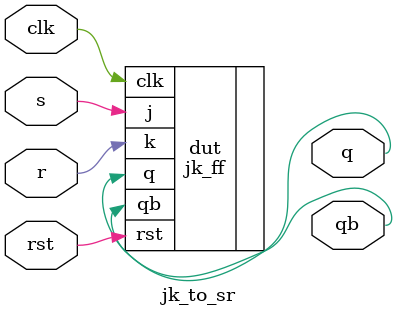
<source format=v>
module jk_to_sr(clk,rst,s,r,q,qb);

	input clk,rst;
	input s,r;
	output q;
	output qb;
	
	jk_ff dut(.clk(clk),.rst(rst),.j(s),.k(r),.q(q),.qb(qb));
	
endmodule	

</source>
